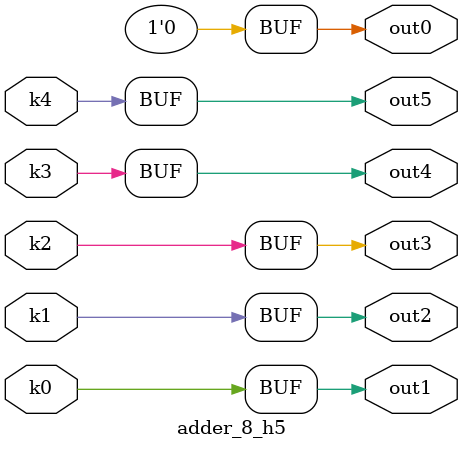
<source format=v>
module adder_8(pi00, pi01, pi02, pi03, pi04, pi05, pi06, pi07, pi08, pi09, pi10, pi11, po0, po1, po2, po3, po4, po5);
input pi00, pi01, pi02, pi03, pi04, pi05, pi06, pi07, pi08, pi09, pi10, pi11;
output po0, po1, po2, po3, po4, po5;
wire k0, k1, k2, k3, k4;
adder_8_w5 DUT1 (pi00, pi01, pi02, pi03, pi04, pi05, pi06, pi07, pi08, pi09, pi10, pi11, k0, k1, k2, k3, k4);
adder_8_h5 DUT2 (k0, k1, k2, k3, k4, po0, po1, po2, po3, po4, po5);
endmodule

module adder_8_w5(in11, in10, in9, in8, in7, in6, in5, in4, in3, in2, in1, in0, k4, k3, k2, k1, k0);
input in11, in10, in9, in8, in7, in6, in5, in4, in3, in2, in1, in0;
output k4, k3, k2, k1, k0;
assign k0 =   ((~in7 ^ in2) & (((~in8 | ~in3) & (((~in9 | ~in4) & (((~in10 | ~in5) & ((~in11 & (in1 | ~in6)) | (~in0 & ~in6))) | (~in10 & ~in5))) | (~in9 & ~in4))) | (~in8 & ~in3))) | ((in7 ^ in2) & ((in8 & in3) | ((in8 | in3) & ((in9 & in4) | ((in9 | in4) & ((in10 & in5) | ((in10 | in5) & ((~in1 & in6) | (in11 & (in0 | in6))))))))));
assign k1 =   ((~in8 ^ in3) & (((~in9 | ~in4) & (((~in10 | ~in5) & ((~in11 & (in1 | ~in6)) | (~in0 & ~in6))) | (~in10 & ~in5))) | (~in9 & ~in4))) | ((in8 ^ in3) & ((in9 & in4) | ((in9 | in4) & ((in10 & in5) | ((in10 | in5) & ((~in1 & in6) | (in11 & (in0 | in6))))))));
assign k2 =   ((~in9 ^ in4) & (((~in10 | ~in5) & ((~in11 & (in1 | ~in6)) | (~in0 & ~in6))) | (~in10 & ~in5))) | ((in9 ^ in4) & ((in10 & in5) | ((in10 | in5) & ((~in1 & in6) | (in11 & (in0 | in6))))));
assign k3 =   ((~in10 ^ in5) & ((~in11 & (in1 | ~in6)) | (~in0 & ~in6))) | ((in10 ^ in5) & ((~in1 & in6) | (in11 & (in0 | in6))));
assign k4 =   in11 ? (in6 ? in1 : in0) : (in6 ? ~in1 : ~in0);
endmodule

module adder_8_h5(k4, k3, k2, k1, k0, out5, out4, out3, out2, out1, out0);
input k4, k3, k2, k1, k0;
output out5, out4, out3, out2, out1, out0;
assign out0 = 0;
assign out1 = k0;
assign out2 = k1;
assign out3 = k2;
assign out4 = k3;
assign out5 = k4;
endmodule

</source>
